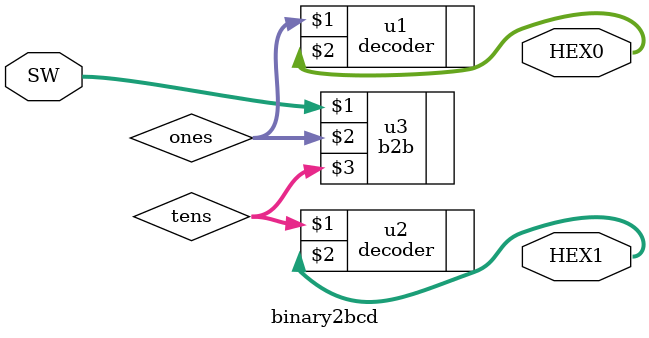
<source format=v>
module binary2bcd(SW,HEX1,HEX0);
input [5:0]SW;
output [0:6]HEX1,HEX0;
  
wire [3:0]ones,tens;
  
  b2b u3(SW,ones,tens);
  decoder u1(ones,HEX0);
  decoder u2(tens,HEX1);
  
endmodule
</source>
